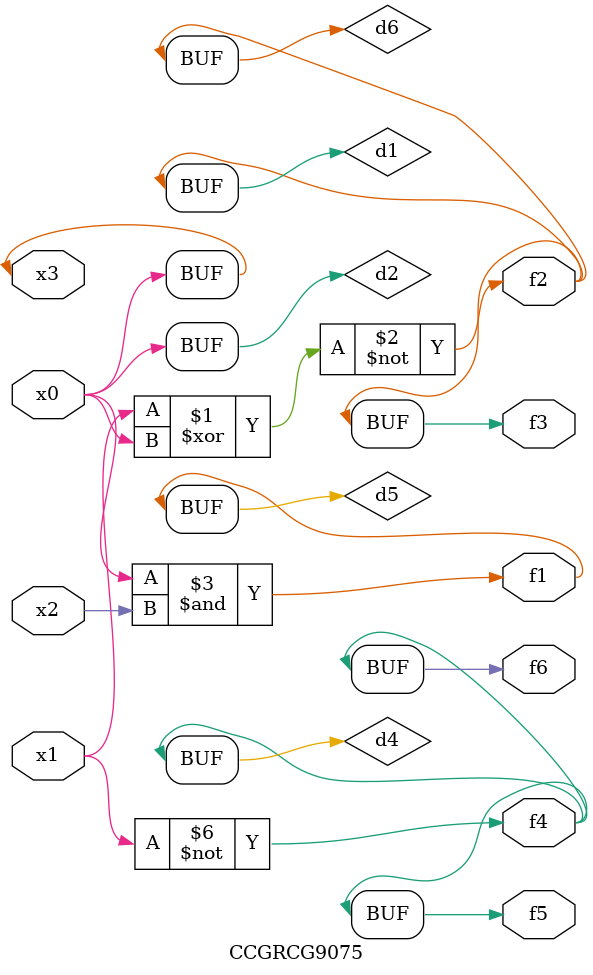
<source format=v>
module CCGRCG9075(
	input x0, x1, x2, x3,
	output f1, f2, f3, f4, f5, f6
);

	wire d1, d2, d3, d4, d5, d6;

	xnor (d1, x1, x3);
	buf (d2, x0, x3);
	nand (d3, x0, x2);
	not (d4, x1);
	nand (d5, d3);
	or (d6, d1);
	assign f1 = d5;
	assign f2 = d6;
	assign f3 = d6;
	assign f4 = d4;
	assign f5 = d4;
	assign f6 = d4;
endmodule

</source>
